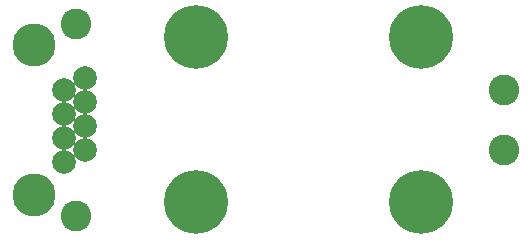
<source format=gbr>
G04 #@! TF.FileFunction,Soldermask,Bot*
%FSLAX46Y46*%
G04 Gerber Fmt 4.6, Leading zero omitted, Abs format (unit mm)*
G04 Created by KiCad (PCBNEW 4.0.7) date 01/10/18 16:35:31*
%MOMM*%
%LPD*%
G01*
G04 APERTURE LIST*
%ADD10C,0.150000*%
%ADD11C,2.600000*%
%ADD12C,3.650000*%
%ADD13C,2.000000*%
%ADD14C,5.400000*%
G04 APERTURE END LIST*
D10*
D11*
X31112000Y-27430000D03*
X31112000Y-43690000D03*
D12*
X27552000Y-29210000D03*
X27552000Y-41910000D03*
D13*
X30092000Y-35060000D03*
X30092000Y-37090000D03*
X31872000Y-34030000D03*
X31872000Y-36060000D03*
X31872000Y-32000000D03*
X30092000Y-33030000D03*
X31872000Y-38090000D03*
X30092000Y-39120000D03*
D14*
X60325000Y-42545000D03*
X41275000Y-28575000D03*
D11*
X67310000Y-38100000D03*
X67310000Y-33020000D03*
D14*
X60325000Y-28575000D03*
X41275000Y-42545000D03*
M02*

</source>
